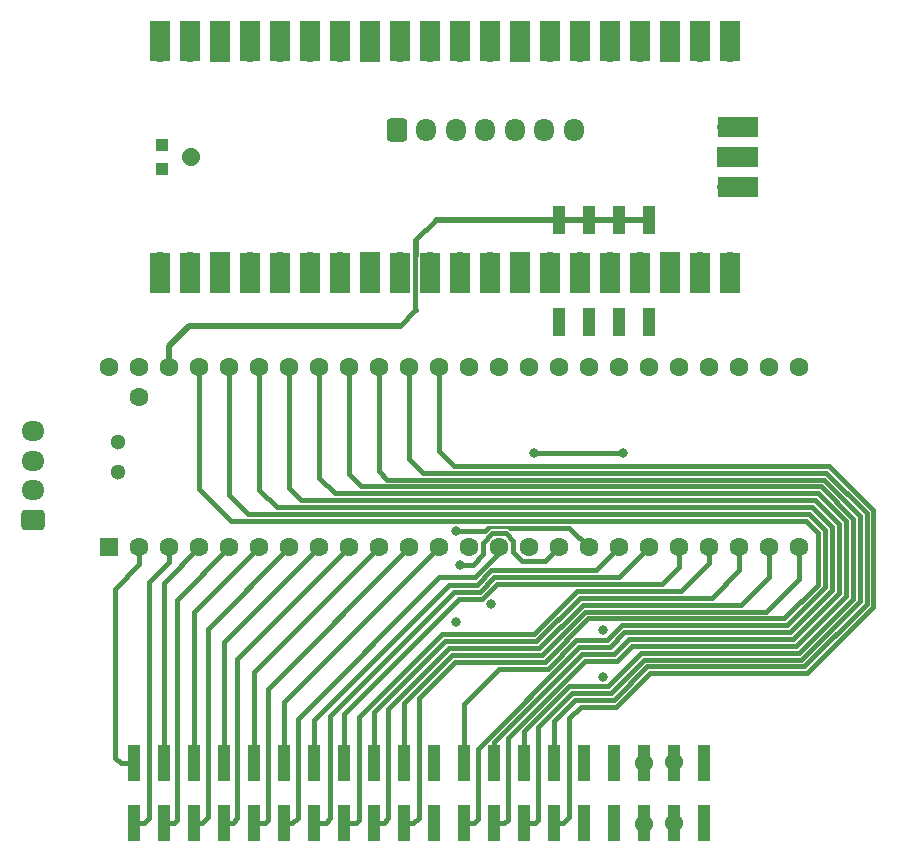
<source format=gbl>
G04 #@! TF.GenerationSoftware,KiCad,Pcbnew,(6.0.1)*
G04 #@! TF.CreationDate,2022-01-19T01:46:26+10:00*
G04 #@! TF.ProjectId,RedPyKeeb_MCU,52656450-794b-4656-9562-5f4d43552e6b,rev?*
G04 #@! TF.SameCoordinates,Original*
G04 #@! TF.FileFunction,Copper,L4,Bot*
G04 #@! TF.FilePolarity,Positive*
%FSLAX46Y46*%
G04 Gerber Fmt 4.6, Leading zero omitted, Abs format (unit mm)*
G04 Created by KiCad (PCBNEW (6.0.1)) date 2022-01-19 01:46:26*
%MOMM*%
%LPD*%
G01*
G04 APERTURE LIST*
G04 Aperture macros list*
%AMRoundRect*
0 Rectangle with rounded corners*
0 $1 Rounding radius*
0 $2 $3 $4 $5 $6 $7 $8 $9 X,Y pos of 4 corners*
0 Add a 4 corners polygon primitive as box body*
4,1,4,$2,$3,$4,$5,$6,$7,$8,$9,$2,$3,0*
0 Add four circle primitives for the rounded corners*
1,1,$1+$1,$2,$3*
1,1,$1+$1,$4,$5*
1,1,$1+$1,$6,$7*
1,1,$1+$1,$8,$9*
0 Add four rect primitives between the rounded corners*
20,1,$1+$1,$2,$3,$4,$5,0*
20,1,$1+$1,$4,$5,$6,$7,0*
20,1,$1+$1,$6,$7,$8,$9,0*
20,1,$1+$1,$8,$9,$2,$3,0*%
%AMFreePoly0*
4,1,30,0.174003,0.741867,0.334039,0.684881,0.477472,0.593856,0.597174,0.473315,0.687196,0.329249,0.743064,0.168820,0.762000,0.000000,0.761703,-0.021276,0.738060,-0.189502,0.677735,-0.348309,0.583726,-0.489804,0.460705,-0.606956,0.314786,-0.693941,0.153221,-0.746436,-0.015958,-0.761833,-0.184344,-0.739365,-0.343569,-0.680150,-0.485717,-0.587131,-0.603725,-0.464931,-0.691726,-0.319622,
-0.745348,-0.158429,-0.761926,0.010639,-0.740634,0.179178,-0.682532,0.338812,-0.590508,0.481606,-0.469134,0.600464,-0.324444,0.689478,-0.163628,0.744224,0.005320,0.761981,0.174003,0.741867,0.174003,0.741867,$1*%
%AMFreePoly1*
4,1,13,0.535355,0.535355,0.550000,0.500000,0.550000,-0.500000,0.535355,-0.535355,0.500000,-0.550000,-0.500000,-0.550000,-0.535355,-0.535355,-0.550000,-0.500000,-0.550000,0.500000,-0.535355,0.535355,-0.500000,0.550000,0.500000,0.550000,0.535355,0.535355,0.535355,0.535355,$1*%
G04 Aperture macros list end*
G04 #@! TA.AperFunction,ComponentPad*
%ADD10RoundRect,0.250000X0.725000X-0.600000X0.725000X0.600000X-0.725000X0.600000X-0.725000X-0.600000X0*%
G04 #@! TD*
G04 #@! TA.AperFunction,ComponentPad*
%ADD11O,1.950000X1.700000*%
G04 #@! TD*
G04 #@! TA.AperFunction,ComponentPad*
%ADD12RoundRect,0.250000X-0.600000X-0.725000X0.600000X-0.725000X0.600000X0.725000X-0.600000X0.725000X0*%
G04 #@! TD*
G04 #@! TA.AperFunction,ComponentPad*
%ADD13O,1.700000X1.950000*%
G04 #@! TD*
G04 #@! TA.AperFunction,ComponentPad*
%ADD14R,1.600000X1.600000*%
G04 #@! TD*
G04 #@! TA.AperFunction,ComponentPad*
%ADD15C,1.600000*%
G04 #@! TD*
G04 #@! TA.AperFunction,ComponentPad*
%ADD16C,1.300000*%
G04 #@! TD*
G04 #@! TA.AperFunction,SMDPad,CuDef*
%ADD17R,1.120000X2.440000*%
G04 #@! TD*
G04 #@! TA.AperFunction,SMDPad,CuDef*
%ADD18R,1.000000X3.150000*%
G04 #@! TD*
G04 #@! TA.AperFunction,ComponentPad*
%ADD19O,1.700000X1.700000*%
G04 #@! TD*
G04 #@! TA.AperFunction,SMDPad,CuDef*
%ADD20R,1.700000X3.500000*%
G04 #@! TD*
G04 #@! TA.AperFunction,ComponentPad*
%ADD21R,1.700000X1.700000*%
G04 #@! TD*
G04 #@! TA.AperFunction,SMDPad,CuDef*
%ADD22R,3.500000X1.700000*%
G04 #@! TD*
G04 #@! TA.AperFunction,SMDPad,CuDef*
%ADD23FreePoly0,90.000000*%
G04 #@! TD*
G04 #@! TA.AperFunction,SMDPad,CuDef*
%ADD24FreePoly1,90.000000*%
G04 #@! TD*
G04 #@! TA.AperFunction,ViaPad*
%ADD25C,0.800000*%
G04 #@! TD*
G04 #@! TA.AperFunction,ViaPad*
%ADD26C,1.524000*%
G04 #@! TD*
G04 #@! TA.AperFunction,Conductor*
%ADD27C,0.381000*%
G04 #@! TD*
G04 #@! TA.AperFunction,Conductor*
%ADD28C,0.508000*%
G04 #@! TD*
G04 #@! TA.AperFunction,Conductor*
%ADD29C,0.254000*%
G04 #@! TD*
G04 APERTURE END LIST*
D10*
X24403400Y-61615200D03*
D11*
X24403400Y-59115200D03*
X24403400Y-56615200D03*
X24403400Y-54115200D03*
D12*
X55200000Y-28600000D03*
D13*
X57700000Y-28600000D03*
X60200000Y-28600000D03*
X62700000Y-28600000D03*
X65200000Y-28600000D03*
X67700000Y-28600000D03*
X70200000Y-28600000D03*
D14*
X30855000Y-63952000D03*
D15*
X33395000Y-63952000D03*
X35935000Y-63952000D03*
X38475000Y-63952000D03*
X41015000Y-63952000D03*
X43555000Y-63952000D03*
X46095000Y-63952000D03*
X48635000Y-63952000D03*
X51175000Y-63952000D03*
X53715000Y-63952000D03*
X56255000Y-63952000D03*
X58795000Y-63952000D03*
X61335000Y-63952000D03*
X63875000Y-63952000D03*
X66415000Y-63952000D03*
X68955000Y-63952000D03*
X71495000Y-63952000D03*
X74035000Y-63952000D03*
X76575000Y-63952000D03*
X79115000Y-63952000D03*
X81655000Y-63952000D03*
X84195000Y-63952000D03*
X86735000Y-63952000D03*
X89275000Y-63952000D03*
X89275000Y-48712000D03*
X86735000Y-48712000D03*
X84195000Y-48712000D03*
X81655000Y-48712000D03*
X79115000Y-48712000D03*
X76575000Y-48712000D03*
X74035000Y-48712000D03*
X71495000Y-48712000D03*
X68955000Y-48712000D03*
X66415000Y-48712000D03*
X63875000Y-48712000D03*
X61335000Y-48712000D03*
X58795000Y-48712000D03*
X56255000Y-48712000D03*
X53715000Y-48712000D03*
X51175000Y-48712000D03*
X48635000Y-48712000D03*
X46095000Y-48712000D03*
X43555000Y-48712000D03*
X41015000Y-48712000D03*
X38475000Y-48712000D03*
X35935000Y-48712000D03*
X33395000Y-48712000D03*
X30855000Y-48712000D03*
X33395000Y-51252000D03*
D16*
X31585000Y-55062000D03*
X31585000Y-57602000D03*
D17*
X76575000Y-36228200D03*
X74035000Y-36228200D03*
X71495000Y-36228200D03*
X68955000Y-36228200D03*
X68955000Y-44838200D03*
X71495000Y-44838200D03*
X74035000Y-44838200D03*
X76575000Y-44838200D03*
D18*
X32970000Y-82225000D03*
X32970000Y-87275000D03*
X35510000Y-82225000D03*
X35510000Y-87275000D03*
X38050000Y-82225000D03*
X38050000Y-87275000D03*
X40590000Y-82225000D03*
X40590000Y-87275000D03*
X43130000Y-82225000D03*
X43130000Y-87275000D03*
X45670000Y-82225000D03*
X45670000Y-87275000D03*
X48210000Y-82225000D03*
X48210000Y-87275000D03*
X50750000Y-82225000D03*
X50750000Y-87275000D03*
X53290000Y-82225000D03*
X53290000Y-87275000D03*
X55830000Y-82225000D03*
X55830000Y-87275000D03*
X58370000Y-82225000D03*
X58370000Y-87275000D03*
X60910000Y-82225000D03*
X60910000Y-87275000D03*
X63450000Y-82225000D03*
X63450000Y-87275000D03*
X65990000Y-82225000D03*
X65990000Y-87275000D03*
X68530000Y-82225000D03*
X68530000Y-87275000D03*
X71070000Y-82225240D03*
X71070000Y-87275000D03*
X73610000Y-82225000D03*
X73610000Y-87275000D03*
X76150000Y-82225000D03*
X76150000Y-87275000D03*
X78690000Y-82225000D03*
X78690000Y-87275000D03*
X81230000Y-82225000D03*
X81230000Y-87275000D03*
D19*
X35170000Y-22010000D03*
D20*
X35170000Y-21110000D03*
D19*
X37710000Y-22010000D03*
D20*
X37710000Y-21110000D03*
X40250000Y-21110000D03*
D21*
X40250000Y-22010000D03*
D20*
X42790000Y-21110000D03*
D19*
X42790000Y-22010000D03*
D20*
X45330000Y-21110000D03*
D19*
X45330000Y-22010000D03*
X47870000Y-22010000D03*
D20*
X47870000Y-21110000D03*
X50410000Y-21110000D03*
D19*
X50410000Y-22010000D03*
D20*
X52950000Y-21110000D03*
D21*
X52950000Y-22010000D03*
D20*
X55490000Y-21110000D03*
D19*
X55490000Y-22010000D03*
D20*
X58030000Y-21110000D03*
D19*
X58030000Y-22010000D03*
D20*
X60570000Y-21110000D03*
D19*
X60570000Y-22010000D03*
X63110000Y-22010000D03*
D20*
X63110000Y-21110000D03*
D21*
X65650000Y-22010000D03*
D20*
X65650000Y-21110000D03*
D19*
X68190000Y-22010000D03*
D20*
X68190000Y-21110000D03*
X70730000Y-21110000D03*
D19*
X70730000Y-22010000D03*
D20*
X73270000Y-21110000D03*
D19*
X73270000Y-22010000D03*
X75810000Y-22010000D03*
D20*
X75810000Y-21110000D03*
X78350000Y-21110000D03*
D21*
X78350000Y-22010000D03*
D19*
X80890000Y-22010000D03*
D20*
X80890000Y-21110000D03*
D19*
X83430000Y-22010000D03*
D20*
X83430000Y-21110000D03*
D19*
X83430000Y-39790000D03*
D20*
X83430000Y-40690000D03*
D19*
X80890000Y-39790000D03*
D20*
X80890000Y-40690000D03*
D21*
X78350000Y-39790000D03*
D20*
X78350000Y-40690000D03*
X75810000Y-40690000D03*
D19*
X75810000Y-39790000D03*
D20*
X73270000Y-40690000D03*
D19*
X73270000Y-39790000D03*
X70730000Y-39790000D03*
D20*
X70730000Y-40690000D03*
D19*
X68190000Y-39790000D03*
D20*
X68190000Y-40690000D03*
X65650000Y-40690000D03*
D21*
X65650000Y-39790000D03*
D20*
X63110000Y-40690000D03*
D19*
X63110000Y-39790000D03*
D20*
X60570000Y-40690000D03*
D19*
X60570000Y-39790000D03*
X58030000Y-39790000D03*
D20*
X58030000Y-40690000D03*
X55490000Y-40690000D03*
D19*
X55490000Y-39790000D03*
D21*
X52950000Y-39790000D03*
D20*
X52950000Y-40690000D03*
D19*
X50410000Y-39790000D03*
D20*
X50410000Y-40690000D03*
X47870000Y-40690000D03*
D19*
X47870000Y-39790000D03*
D20*
X45330000Y-40690000D03*
D19*
X45330000Y-39790000D03*
D20*
X42790000Y-40690000D03*
D19*
X42790000Y-39790000D03*
D21*
X40250000Y-39790000D03*
D20*
X40250000Y-40690000D03*
X37710000Y-40690000D03*
D19*
X37710000Y-39790000D03*
D20*
X35170000Y-40690000D03*
D19*
X35170000Y-39790000D03*
X83200000Y-28360000D03*
D22*
X84100000Y-28360000D03*
X84100000Y-30900000D03*
D21*
X83200000Y-30900000D03*
D19*
X83200000Y-33440000D03*
D22*
X84100000Y-33440000D03*
D23*
X37800000Y-30900000D03*
D24*
X35300000Y-31900000D03*
X35300000Y-29900000D03*
D25*
X40590000Y-82225000D03*
D26*
X76137300Y-87340800D03*
X76150000Y-82197300D03*
D25*
X63163800Y-68778000D03*
X60217400Y-70302000D03*
X72714200Y-70962400D03*
X48210000Y-87275000D03*
X48210000Y-82225000D03*
X45670000Y-87275000D03*
X45670000Y-82225000D03*
X43130000Y-87275000D03*
X43130000Y-82225000D03*
X40590000Y-87275000D03*
X50750000Y-82225000D03*
X50750000Y-87275000D03*
X53290000Y-82225000D03*
X53290000Y-87275000D03*
X55830000Y-82225000D03*
X55830000Y-87275000D03*
X60910000Y-82225000D03*
X68530000Y-82225000D03*
X65990000Y-87275000D03*
X65990000Y-82225000D03*
X63450000Y-87275000D03*
X63450000Y-82225000D03*
X60910000Y-87275000D03*
X58370000Y-87275000D03*
X58370000Y-82130000D03*
D26*
X78715400Y-82146500D03*
X78690000Y-87302700D03*
D25*
X72714200Y-74895500D03*
X38050000Y-87275000D03*
X38050000Y-82225000D03*
X35510000Y-87275000D03*
X35510000Y-82225000D03*
X32970000Y-87275000D03*
X32970000Y-82225000D03*
X68530000Y-87275000D03*
X81230000Y-87275000D03*
X81242700Y-82222700D03*
X74400000Y-56000000D03*
X66800000Y-56000000D03*
X71100000Y-82200000D03*
X71100000Y-87300000D03*
X73600000Y-82200000D03*
X73600000Y-87300000D03*
X71495000Y-36228200D03*
X74035000Y-36228200D03*
X76575000Y-36228200D03*
X68971800Y-36228200D03*
X74035000Y-44838200D03*
X76575000Y-44838200D03*
X71495000Y-44838200D03*
X68955000Y-44838200D03*
X60600000Y-65400000D03*
X60200000Y-62600000D03*
D27*
X40590000Y-82225000D02*
X40590000Y-71997000D01*
X40590000Y-71997000D02*
X48635000Y-63952000D01*
X49600000Y-78200000D02*
X60075490Y-67724510D01*
X49218000Y-87275000D02*
X49600000Y-86893000D01*
X48210000Y-87275000D02*
X49218000Y-87275000D01*
X74045990Y-66481010D02*
X76575000Y-63952000D01*
X63462334Y-66481010D02*
X74045990Y-66481010D01*
X62218835Y-67724509D02*
X63462334Y-66481010D01*
X49600000Y-86893000D02*
X49600000Y-78200000D01*
X60075490Y-67724510D02*
X62218835Y-67724509D01*
X48210000Y-78590000D02*
X48210000Y-82225000D01*
X63221672Y-65900000D02*
X61978172Y-67143500D01*
X61978172Y-67143500D02*
X59656500Y-67143500D01*
X59656500Y-67143500D02*
X48210000Y-78590000D01*
X72087000Y-65900000D02*
X63221672Y-65900000D01*
X74035000Y-63952000D02*
X72087000Y-65900000D01*
X46825000Y-78475000D02*
X46825000Y-86825000D01*
X63875000Y-64425000D02*
X63875000Y-63952000D01*
X58800000Y-66500000D02*
X61800000Y-66500000D01*
X46375000Y-87275000D02*
X45670000Y-87275000D01*
X61800000Y-66500000D02*
X63875000Y-64425000D01*
X58800000Y-66500000D02*
X46825000Y-78475000D01*
X46825000Y-86825000D02*
X46375000Y-87275000D01*
X45670000Y-82225000D02*
X45670000Y-77077000D01*
X45670000Y-77077000D02*
X58795000Y-63952000D01*
X48073500Y-74673500D02*
X58795000Y-63952000D01*
X43130000Y-87275000D02*
X44025000Y-87275000D01*
X44300000Y-75907000D02*
X56255000Y-63952000D01*
X44025000Y-87275000D02*
X44300000Y-87000000D01*
X44300000Y-87000000D02*
X44300000Y-75907000D01*
X43130000Y-82225000D02*
X43130000Y-74537000D01*
X43130000Y-74537000D02*
X53715000Y-63952000D01*
X41325000Y-87275000D02*
X40590000Y-87275000D01*
X41725000Y-86875000D02*
X41325000Y-87275000D01*
X51175000Y-63952000D02*
X41725000Y-73402000D01*
X41725000Y-73402000D02*
X41725000Y-86875000D01*
X50750000Y-82225000D02*
X50750000Y-78050000D01*
X63709838Y-67062020D02*
X77637980Y-67062020D01*
X77637980Y-67062020D02*
X79115000Y-65585000D01*
X79115000Y-65585000D02*
X79115000Y-63952000D01*
X50750000Y-78050000D02*
X60494482Y-68305518D01*
X60494482Y-68305518D02*
X62466340Y-68305518D01*
X62466340Y-68305518D02*
X63709838Y-67062020D01*
X79256970Y-67643030D02*
X81655000Y-65245000D01*
X52000000Y-78300000D02*
X59000000Y-71300000D01*
X50750000Y-87275000D02*
X51724499Y-87275000D01*
X59000000Y-71300000D02*
X66800000Y-71300000D01*
X81655000Y-65245000D02*
X81655000Y-63952000D01*
X70456970Y-67643030D02*
X79256970Y-67643030D01*
X51724499Y-87275000D02*
X52000000Y-86999499D01*
X66800000Y-71300000D02*
X70456970Y-67643030D01*
X52000000Y-86999499D02*
X52000000Y-78300000D01*
X53290000Y-77910000D02*
X59318990Y-71881010D01*
X67040663Y-71881009D02*
X70697632Y-68224040D01*
X53290000Y-82225000D02*
X53290000Y-77910000D01*
X70697632Y-68224040D02*
X81875960Y-68224040D01*
X84195000Y-65905000D02*
X84195000Y-63952000D01*
X59318990Y-71881010D02*
X67040663Y-71881009D01*
X81875960Y-68224040D02*
X84195000Y-65905000D01*
X54500000Y-86900000D02*
X54500000Y-77600000D01*
X59637982Y-72462018D02*
X67281326Y-72462018D01*
X84394950Y-68805050D02*
X86735000Y-66465000D01*
X53290000Y-87275000D02*
X54125000Y-87275000D01*
X54125000Y-87275000D02*
X54500000Y-86900000D01*
X86735000Y-66465000D02*
X86735000Y-63952000D01*
X54500000Y-77600000D02*
X59637982Y-72462018D01*
X70938294Y-68805050D02*
X84394950Y-68805050D01*
X67281326Y-72462018D02*
X70938294Y-68805050D01*
X86513940Y-69386060D02*
X89275000Y-66625000D01*
X59878644Y-73043028D02*
X67521989Y-73043027D01*
X71178956Y-69386060D02*
X86513940Y-69386060D01*
X89275000Y-66625000D02*
X89275000Y-63952000D01*
X55830000Y-82225000D02*
X55830000Y-77091672D01*
X67521989Y-73043027D02*
X71178956Y-69386060D01*
X55830000Y-77091672D02*
X59878644Y-73043028D01*
X55830000Y-87275000D02*
X56625000Y-87275000D01*
X71419618Y-69967070D02*
X88032930Y-69967070D01*
X57060336Y-86839664D02*
X57060336Y-76683008D01*
X90900000Y-62700000D02*
X89900000Y-61700000D01*
X67762652Y-73624036D02*
X71419618Y-69967070D01*
X56625000Y-87275000D02*
X57060336Y-86839664D01*
X89900000Y-61700000D02*
X41200000Y-61700000D01*
X38475000Y-58975000D02*
X38475000Y-48712000D01*
X90900000Y-67100000D02*
X90900000Y-62700000D01*
X57060336Y-76683008D02*
X60119308Y-73624036D01*
X41200000Y-61700000D02*
X38475000Y-58975000D01*
X88032930Y-69967070D02*
X90900000Y-67100000D01*
X60119308Y-73624036D02*
X67762652Y-73624036D01*
X60910000Y-82225000D02*
X60910000Y-77195046D01*
X91500000Y-67321672D02*
X91500000Y-62478328D01*
X90140663Y-61118991D02*
X42618990Y-61118990D01*
X73000000Y-71800000D02*
X74251920Y-70548080D01*
X68003315Y-74205045D02*
X70408360Y-71800000D01*
X41015000Y-59515000D02*
X41015000Y-48712000D01*
X42618990Y-61118990D02*
X41015000Y-59515000D01*
X60910000Y-77195046D02*
X63900000Y-74205046D01*
X88273592Y-70548080D02*
X91500000Y-67321672D01*
X74251920Y-70548080D02*
X88273592Y-70548080D01*
X91500000Y-62478328D02*
X90140663Y-61118991D01*
X63900000Y-74205046D02*
X68003315Y-74205045D01*
X70408360Y-71800000D02*
X73000000Y-71800000D01*
X68530000Y-82225000D02*
X68530000Y-78613116D01*
X94986056Y-61034352D02*
X91584637Y-57632933D01*
X73574967Y-76848019D02*
X76388848Y-74034138D01*
X76388848Y-74034138D02*
X89717589Y-74034138D01*
X56255000Y-56455000D02*
X56255000Y-48712000D01*
X91584637Y-57632933D02*
X57432933Y-57632933D01*
X68530000Y-78613116D02*
X70295097Y-76848019D01*
X70295097Y-76848019D02*
X73574967Y-76848019D01*
X94986056Y-68765641D02*
X94986056Y-61034352D01*
X57432933Y-57632933D02*
X56255000Y-56455000D01*
X89717589Y-74034138D02*
X94986056Y-68765641D01*
X65990000Y-87275000D02*
X66925000Y-87275000D01*
X53715000Y-57515000D02*
X53715000Y-48712000D01*
X91343975Y-58213943D02*
X54413943Y-58213943D01*
X89476904Y-73453128D02*
X94405046Y-68524982D01*
X67200000Y-87000000D02*
X67200000Y-79121444D01*
X73334304Y-76267010D02*
X76148186Y-73453128D01*
X70054433Y-76267011D02*
X73334304Y-76267010D01*
X67200000Y-79121444D02*
X70054433Y-76267011D01*
X76148186Y-73453128D02*
X89476904Y-73453128D01*
X94405047Y-61275015D02*
X91343975Y-58213943D01*
X94405046Y-68524982D02*
X94405047Y-61275015D01*
X54413943Y-58213943D02*
X53715000Y-57515000D01*
X66925000Y-87275000D02*
X67200000Y-87000000D01*
X93824038Y-61515678D02*
X93824037Y-68284321D01*
X91103313Y-58794953D02*
X93824038Y-61515678D01*
X89236241Y-72872119D02*
X75907522Y-72872120D01*
X75907522Y-72872120D02*
X73093641Y-75686001D01*
X52194953Y-58794953D02*
X91103313Y-58794953D01*
X73093641Y-75686001D02*
X69813771Y-75686001D01*
X51175000Y-57775000D02*
X52194953Y-58794953D01*
X69813771Y-75686001D02*
X65990000Y-79509772D01*
X65990000Y-79509772D02*
X65990000Y-82225000D01*
X51175000Y-48712000D02*
X51175000Y-57775000D01*
X93824037Y-68284321D02*
X89236241Y-72872119D01*
X73878643Y-73543029D02*
X71135070Y-73543030D01*
X93243028Y-68043660D02*
X88995578Y-72291110D01*
X48635000Y-58035000D02*
X49975963Y-59375963D01*
X64600000Y-87000000D02*
X64325000Y-87275000D01*
X75130562Y-72291110D02*
X73878643Y-73543029D01*
X49975963Y-59375963D02*
X90862651Y-59375963D01*
X64325000Y-87275000D02*
X63450000Y-87275000D01*
X93243029Y-61756341D02*
X93243028Y-68043660D01*
X88995578Y-72291110D02*
X75130562Y-72291110D01*
X90862651Y-59375963D02*
X93243029Y-61756341D01*
X64600000Y-80073376D02*
X64600000Y-87000000D01*
X69434326Y-75239050D02*
X64600000Y-80073376D01*
X71135070Y-73543030D02*
X69439050Y-75239050D01*
X48635000Y-48712000D02*
X48635000Y-58035000D01*
X69439050Y-75239050D02*
X69434326Y-75239050D01*
X92662019Y-67802997D02*
X88754916Y-71710100D01*
X74889900Y-71710100D02*
X73637980Y-72962020D01*
X90621989Y-59956973D02*
X92662019Y-61997003D01*
X63450000Y-80401704D02*
X63450000Y-82225000D01*
X47143027Y-59956973D02*
X90621989Y-59956973D01*
X73637980Y-72962020D02*
X70889684Y-72962020D01*
X46095000Y-58908946D02*
X47143027Y-59956973D01*
X70889684Y-72962020D02*
X63450000Y-80401704D01*
X88754916Y-71710100D02*
X74889900Y-71710100D01*
X46095000Y-48712000D02*
X46095000Y-58908946D01*
X92662019Y-61997003D02*
X92662019Y-67802997D01*
X43555000Y-48712000D02*
X43555000Y-59055000D01*
X88514254Y-71129090D02*
X74492582Y-71129090D01*
X62048549Y-86951451D02*
X61725000Y-87275000D01*
X61725000Y-87275000D02*
X60910000Y-87275000D01*
X74492582Y-71129090D02*
X73240663Y-72381009D01*
X90381326Y-60537982D02*
X92081010Y-62237666D01*
X70649022Y-72381010D02*
X62048549Y-80981483D01*
X92081010Y-66418990D02*
X92081010Y-66881010D01*
X45037982Y-60537982D02*
X90381326Y-60537982D01*
X73240663Y-72381009D02*
X70649022Y-72381010D01*
X92081010Y-67562334D02*
X88514254Y-71129090D01*
X92081010Y-66418990D02*
X92081010Y-67562334D01*
X43555000Y-59055000D02*
X45037982Y-60537982D01*
X92081010Y-62237666D02*
X92081010Y-66418990D01*
X62048549Y-80981483D02*
X62048549Y-86951451D01*
X46095000Y-63952000D02*
X39223500Y-70823500D01*
X38725000Y-87275000D02*
X38050000Y-87275000D01*
X39223500Y-70823500D02*
X39223500Y-86776500D01*
X39223500Y-86776500D02*
X38725000Y-87275000D01*
X38050000Y-82225000D02*
X38050000Y-69457000D01*
X38050000Y-69457000D02*
X43555000Y-63952000D01*
X35510000Y-87275000D02*
X36325000Y-87275000D01*
X36600000Y-68367000D02*
X41015000Y-63952000D01*
X36325000Y-87275000D02*
X36600000Y-87000000D01*
X36600000Y-87000000D02*
X36600000Y-68367000D01*
X35500000Y-82215000D02*
X35510000Y-82225000D01*
X35500000Y-66927000D02*
X35500000Y-82215000D01*
X38475000Y-63952000D02*
X35500000Y-66927000D01*
X32970000Y-87275000D02*
X33825000Y-87275000D01*
X34250000Y-86850000D02*
X34250000Y-66900000D01*
X33825000Y-87275000D02*
X34250000Y-86850000D01*
X34250000Y-66900000D02*
X35935000Y-65215000D01*
X35935000Y-65215000D02*
X35935000Y-63952000D01*
X32970000Y-82225000D02*
X31825000Y-82225000D01*
X33395000Y-65395000D02*
X33395000Y-63952000D01*
X31825000Y-82225000D02*
X31345000Y-81745000D01*
X31345000Y-67445000D02*
X33395000Y-65395000D01*
X31345000Y-81745000D02*
X31345000Y-67445000D01*
X68530000Y-87275000D02*
X69325000Y-87275000D01*
X60051923Y-57051923D02*
X58795000Y-55795000D01*
X69325000Y-87275000D02*
X69800000Y-86800000D01*
X58795000Y-55795000D02*
X58795000Y-48712000D01*
X76629510Y-74615148D02*
X89476929Y-74615148D01*
X89958253Y-74615146D02*
X95567066Y-69006303D01*
X95567065Y-60793689D02*
X91825299Y-57051923D01*
X70800000Y-77429029D02*
X73815630Y-77429028D01*
X69800000Y-86800000D02*
X69800000Y-78429029D01*
X95567066Y-69006303D02*
X95567065Y-60793689D01*
X73815630Y-77429028D02*
X76629510Y-74615148D01*
X69800000Y-78429029D02*
X70800000Y-77429029D01*
X89476929Y-74615148D02*
X89958253Y-74615146D01*
X91825299Y-57051923D02*
X60051923Y-57051923D01*
X74400000Y-56000000D02*
X66800000Y-56000000D01*
D28*
X68971800Y-36228200D02*
X71495000Y-36228200D01*
X74035000Y-36228200D02*
X76575000Y-36228200D01*
D27*
X56801100Y-37942400D02*
X56801100Y-39182958D01*
D28*
X35935000Y-46870500D02*
X37611400Y-45194100D01*
D27*
X56789499Y-43884901D02*
X56789499Y-37954001D01*
D28*
X37611400Y-45194100D02*
X55480300Y-45194100D01*
D27*
X56789499Y-39194559D02*
X56789499Y-43861699D01*
D28*
X68955000Y-36228200D02*
X68971800Y-36228200D01*
X35935000Y-48712000D02*
X35935000Y-46870500D01*
D27*
X56801100Y-39182958D02*
X56789499Y-39194559D01*
X56789499Y-43861699D02*
X56801100Y-43873300D01*
D28*
X58515300Y-36228200D02*
X68955000Y-36228200D01*
D27*
X56789499Y-37954001D02*
X58515300Y-36228200D01*
D28*
X71495000Y-36228200D02*
X74035000Y-36228200D01*
D27*
X55480300Y-45194100D02*
X56789499Y-43884901D01*
X62525501Y-64523441D02*
X61648942Y-65400000D01*
X65065501Y-63380559D02*
X64446441Y-62761499D01*
X61648942Y-65400000D02*
X60600000Y-65400000D01*
X64238501Y-62761499D02*
X63303559Y-62761499D01*
X67764499Y-65142501D02*
X65843559Y-65142501D01*
X65843559Y-65142501D02*
X65065501Y-64364443D01*
X68955000Y-63952000D02*
X67764499Y-65142501D01*
X64446441Y-62761499D02*
X64238501Y-62761499D01*
X65065501Y-64364443D02*
X65065501Y-63380559D01*
X62525501Y-63539557D02*
X62525501Y-64523441D01*
X63303559Y-62761499D02*
X62525501Y-63539557D01*
D29*
X63052179Y-62281010D02*
X63089200Y-62243989D01*
D27*
X60200000Y-62600000D02*
X62643386Y-62600000D01*
D29*
X62962376Y-62281010D02*
X63052179Y-62281010D01*
X64750603Y-62243989D02*
X64787624Y-62281010D01*
D27*
X62643386Y-62600000D02*
X62962376Y-62281010D01*
X69824010Y-62281010D02*
X64787624Y-62281010D01*
X71495000Y-63952000D02*
X69824010Y-62281010D01*
D29*
X63089200Y-62243989D02*
X64750603Y-62243989D01*
M02*

</source>
